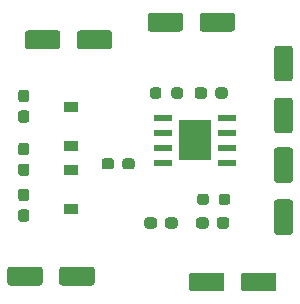
<source format=gbr>
%TF.GenerationSoftware,KiCad,Pcbnew,5.1.9-73d0e3b20d~88~ubuntu20.04.1*%
%TF.CreationDate,2021-04-13T12:06:45+02:00*%
%TF.ProjectId,piezo,7069657a-6f2e-46b6-9963-61645f706362,rev?*%
%TF.SameCoordinates,Original*%
%TF.FileFunction,Paste,Top*%
%TF.FilePolarity,Positive*%
%FSLAX46Y46*%
G04 Gerber Fmt 4.6, Leading zero omitted, Abs format (unit mm)*
G04 Created by KiCad (PCBNEW 5.1.9-73d0e3b20d~88~ubuntu20.04.1) date 2021-04-13 12:06:45*
%MOMM*%
%LPD*%
G01*
G04 APERTURE LIST*
%ADD10R,1.200000X0.900000*%
%ADD11R,1.550000X0.600000*%
%ADD12R,2.710000X3.400000*%
G04 APERTURE END LIST*
%TO.C,C1*%
G36*
G01*
X131950000Y-128400000D02*
X133050000Y-128400000D01*
G75*
G02*
X133300000Y-128650000I0J-250000D01*
G01*
X133300000Y-131150000D01*
G75*
G02*
X133050000Y-131400000I-250000J0D01*
G01*
X131950000Y-131400000D01*
G75*
G02*
X131700000Y-131150000I0J250000D01*
G01*
X131700000Y-128650000D01*
G75*
G02*
X131950000Y-128400000I250000J0D01*
G01*
G37*
G36*
G01*
X131950000Y-124000000D02*
X133050000Y-124000000D01*
G75*
G02*
X133300000Y-124250000I0J-250000D01*
G01*
X133300000Y-126750000D01*
G75*
G02*
X133050000Y-127000000I-250000J0D01*
G01*
X131950000Y-127000000D01*
G75*
G02*
X131700000Y-126750000I0J250000D01*
G01*
X131700000Y-124250000D01*
G75*
G02*
X131950000Y-124000000I250000J0D01*
G01*
G37*
%TD*%
%TO.C,C2*%
G36*
G01*
X113500000Y-144050000D02*
X113500000Y-142950000D01*
G75*
G02*
X113750000Y-142700000I250000J0D01*
G01*
X116250000Y-142700000D01*
G75*
G02*
X116500000Y-142950000I0J-250000D01*
G01*
X116500000Y-144050000D01*
G75*
G02*
X116250000Y-144300000I-250000J0D01*
G01*
X113750000Y-144300000D01*
G75*
G02*
X113500000Y-144050000I0J250000D01*
G01*
G37*
G36*
G01*
X109100000Y-144050000D02*
X109100000Y-142950000D01*
G75*
G02*
X109350000Y-142700000I250000J0D01*
G01*
X111850000Y-142700000D01*
G75*
G02*
X112100000Y-142950000I0J-250000D01*
G01*
X112100000Y-144050000D01*
G75*
G02*
X111850000Y-144300000I-250000J0D01*
G01*
X109350000Y-144300000D01*
G75*
G02*
X109100000Y-144050000I0J250000D01*
G01*
G37*
%TD*%
%TO.C,C3*%
G36*
G01*
X110600000Y-124050000D02*
X110600000Y-122950000D01*
G75*
G02*
X110850000Y-122700000I250000J0D01*
G01*
X113350000Y-122700000D01*
G75*
G02*
X113600000Y-122950000I0J-250000D01*
G01*
X113600000Y-124050000D01*
G75*
G02*
X113350000Y-124300000I-250000J0D01*
G01*
X110850000Y-124300000D01*
G75*
G02*
X110600000Y-124050000I0J250000D01*
G01*
G37*
G36*
G01*
X115000000Y-124050000D02*
X115000000Y-122950000D01*
G75*
G02*
X115250000Y-122700000I250000J0D01*
G01*
X117750000Y-122700000D01*
G75*
G02*
X118000000Y-122950000I0J-250000D01*
G01*
X118000000Y-124050000D01*
G75*
G02*
X117750000Y-124300000I-250000J0D01*
G01*
X115250000Y-124300000D01*
G75*
G02*
X115000000Y-124050000I0J250000D01*
G01*
G37*
%TD*%
%TO.C,C4*%
G36*
G01*
X131950000Y-132600000D02*
X133050000Y-132600000D01*
G75*
G02*
X133300000Y-132850000I0J-250000D01*
G01*
X133300000Y-135350000D01*
G75*
G02*
X133050000Y-135600000I-250000J0D01*
G01*
X131950000Y-135600000D01*
G75*
G02*
X131700000Y-135350000I0J250000D01*
G01*
X131700000Y-132850000D01*
G75*
G02*
X131950000Y-132600000I250000J0D01*
G01*
G37*
G36*
G01*
X131950000Y-137000000D02*
X133050000Y-137000000D01*
G75*
G02*
X133300000Y-137250000I0J-250000D01*
G01*
X133300000Y-139750000D01*
G75*
G02*
X133050000Y-140000000I-250000J0D01*
G01*
X131950000Y-140000000D01*
G75*
G02*
X131700000Y-139750000I0J250000D01*
G01*
X131700000Y-137250000D01*
G75*
G02*
X131950000Y-137000000I250000J0D01*
G01*
G37*
%TD*%
%TO.C,R4*%
G36*
G01*
X118850000Y-134237500D02*
X118850000Y-133762500D01*
G75*
G02*
X119087500Y-133525000I237500J0D01*
G01*
X119662500Y-133525000D01*
G75*
G02*
X119900000Y-133762500I0J-237500D01*
G01*
X119900000Y-134237500D01*
G75*
G02*
X119662500Y-134475000I-237500J0D01*
G01*
X119087500Y-134475000D01*
G75*
G02*
X118850000Y-134237500I0J237500D01*
G01*
G37*
G36*
G01*
X117100000Y-134237500D02*
X117100000Y-133762500D01*
G75*
G02*
X117337500Y-133525000I237500J0D01*
G01*
X117912500Y-133525000D01*
G75*
G02*
X118150000Y-133762500I0J-237500D01*
G01*
X118150000Y-134237500D01*
G75*
G02*
X117912500Y-134475000I-237500J0D01*
G01*
X117337500Y-134475000D01*
G75*
G02*
X117100000Y-134237500I0J237500D01*
G01*
G37*
%TD*%
%TO.C,R1*%
G36*
G01*
X110737500Y-135025000D02*
X110262500Y-135025000D01*
G75*
G02*
X110025000Y-134787500I0J237500D01*
G01*
X110025000Y-134212500D01*
G75*
G02*
X110262500Y-133975000I237500J0D01*
G01*
X110737500Y-133975000D01*
G75*
G02*
X110975000Y-134212500I0J-237500D01*
G01*
X110975000Y-134787500D01*
G75*
G02*
X110737500Y-135025000I-237500J0D01*
G01*
G37*
G36*
G01*
X110737500Y-133275000D02*
X110262500Y-133275000D01*
G75*
G02*
X110025000Y-133037500I0J237500D01*
G01*
X110025000Y-132462500D01*
G75*
G02*
X110262500Y-132225000I237500J0D01*
G01*
X110737500Y-132225000D01*
G75*
G02*
X110975000Y-132462500I0J-237500D01*
G01*
X110975000Y-133037500D01*
G75*
G02*
X110737500Y-133275000I-237500J0D01*
G01*
G37*
%TD*%
%TO.C,R2*%
G36*
G01*
X110737500Y-138900000D02*
X110262500Y-138900000D01*
G75*
G02*
X110025000Y-138662500I0J237500D01*
G01*
X110025000Y-138087500D01*
G75*
G02*
X110262500Y-137850000I237500J0D01*
G01*
X110737500Y-137850000D01*
G75*
G02*
X110975000Y-138087500I0J-237500D01*
G01*
X110975000Y-138662500D01*
G75*
G02*
X110737500Y-138900000I-237500J0D01*
G01*
G37*
G36*
G01*
X110737500Y-137150000D02*
X110262500Y-137150000D01*
G75*
G02*
X110025000Y-136912500I0J237500D01*
G01*
X110025000Y-136337500D01*
G75*
G02*
X110262500Y-136100000I237500J0D01*
G01*
X110737500Y-136100000D01*
G75*
G02*
X110975000Y-136337500I0J-237500D01*
G01*
X110975000Y-136912500D01*
G75*
G02*
X110737500Y-137150000I-237500J0D01*
G01*
G37*
%TD*%
%TO.C,R3*%
G36*
G01*
X110737500Y-128775000D02*
X110262500Y-128775000D01*
G75*
G02*
X110025000Y-128537500I0J237500D01*
G01*
X110025000Y-127962500D01*
G75*
G02*
X110262500Y-127725000I237500J0D01*
G01*
X110737500Y-127725000D01*
G75*
G02*
X110975000Y-127962500I0J-237500D01*
G01*
X110975000Y-128537500D01*
G75*
G02*
X110737500Y-128775000I-237500J0D01*
G01*
G37*
G36*
G01*
X110737500Y-130525000D02*
X110262500Y-130525000D01*
G75*
G02*
X110025000Y-130287500I0J237500D01*
G01*
X110025000Y-129712500D01*
G75*
G02*
X110262500Y-129475000I237500J0D01*
G01*
X110737500Y-129475000D01*
G75*
G02*
X110975000Y-129712500I0J-237500D01*
G01*
X110975000Y-130287500D01*
G75*
G02*
X110737500Y-130525000I-237500J0D01*
G01*
G37*
%TD*%
%TO.C,R5*%
G36*
G01*
X123525000Y-138762500D02*
X123525000Y-139237500D01*
G75*
G02*
X123287500Y-139475000I-237500J0D01*
G01*
X122712500Y-139475000D01*
G75*
G02*
X122475000Y-139237500I0J237500D01*
G01*
X122475000Y-138762500D01*
G75*
G02*
X122712500Y-138525000I237500J0D01*
G01*
X123287500Y-138525000D01*
G75*
G02*
X123525000Y-138762500I0J-237500D01*
G01*
G37*
G36*
G01*
X121775000Y-138762500D02*
X121775000Y-139237500D01*
G75*
G02*
X121537500Y-139475000I-237500J0D01*
G01*
X120962500Y-139475000D01*
G75*
G02*
X120725000Y-139237500I0J237500D01*
G01*
X120725000Y-138762500D01*
G75*
G02*
X120962500Y-138525000I237500J0D01*
G01*
X121537500Y-138525000D01*
G75*
G02*
X121775000Y-138762500I0J-237500D01*
G01*
G37*
%TD*%
%TO.C,R6*%
G36*
G01*
X126150000Y-138762500D02*
X126150000Y-139237500D01*
G75*
G02*
X125912500Y-139475000I-237500J0D01*
G01*
X125337500Y-139475000D01*
G75*
G02*
X125100000Y-139237500I0J237500D01*
G01*
X125100000Y-138762500D01*
G75*
G02*
X125337500Y-138525000I237500J0D01*
G01*
X125912500Y-138525000D01*
G75*
G02*
X126150000Y-138762500I0J-237500D01*
G01*
G37*
G36*
G01*
X127900000Y-138762500D02*
X127900000Y-139237500D01*
G75*
G02*
X127662500Y-139475000I-237500J0D01*
G01*
X127087500Y-139475000D01*
G75*
G02*
X126850000Y-139237500I0J237500D01*
G01*
X126850000Y-138762500D01*
G75*
G02*
X127087500Y-138525000I237500J0D01*
G01*
X127662500Y-138525000D01*
G75*
G02*
X127900000Y-138762500I0J-237500D01*
G01*
G37*
%TD*%
%TO.C,R7*%
G36*
G01*
X124975000Y-128237500D02*
X124975000Y-127762500D01*
G75*
G02*
X125212500Y-127525000I237500J0D01*
G01*
X125787500Y-127525000D01*
G75*
G02*
X126025000Y-127762500I0J-237500D01*
G01*
X126025000Y-128237500D01*
G75*
G02*
X125787500Y-128475000I-237500J0D01*
G01*
X125212500Y-128475000D01*
G75*
G02*
X124975000Y-128237500I0J237500D01*
G01*
G37*
G36*
G01*
X126725000Y-128237500D02*
X126725000Y-127762500D01*
G75*
G02*
X126962500Y-127525000I237500J0D01*
G01*
X127537500Y-127525000D01*
G75*
G02*
X127775000Y-127762500I0J-237500D01*
G01*
X127775000Y-128237500D01*
G75*
G02*
X127537500Y-128475000I-237500J0D01*
G01*
X126962500Y-128475000D01*
G75*
G02*
X126725000Y-128237500I0J237500D01*
G01*
G37*
%TD*%
D10*
%TO.C,D1*%
X114500000Y-137800000D03*
X114500000Y-134500000D03*
%TD*%
%TO.C,D2*%
X114500000Y-129200000D03*
X114500000Y-132500000D03*
%TD*%
%TO.C,C5*%
G36*
G01*
X131900000Y-143450000D02*
X131900000Y-144550000D01*
G75*
G02*
X131650000Y-144800000I-250000J0D01*
G01*
X129150000Y-144800000D01*
G75*
G02*
X128900000Y-144550000I0J250000D01*
G01*
X128900000Y-143450000D01*
G75*
G02*
X129150000Y-143200000I250000J0D01*
G01*
X131650000Y-143200000D01*
G75*
G02*
X131900000Y-143450000I0J-250000D01*
G01*
G37*
G36*
G01*
X127500000Y-143450000D02*
X127500000Y-144550000D01*
G75*
G02*
X127250000Y-144800000I-250000J0D01*
G01*
X124750000Y-144800000D01*
G75*
G02*
X124500000Y-144550000I0J250000D01*
G01*
X124500000Y-143450000D01*
G75*
G02*
X124750000Y-143200000I250000J0D01*
G01*
X127250000Y-143200000D01*
G75*
G02*
X127500000Y-143450000I0J-250000D01*
G01*
G37*
%TD*%
%TO.C,C6*%
G36*
G01*
X128400000Y-121450000D02*
X128400000Y-122550000D01*
G75*
G02*
X128150000Y-122800000I-250000J0D01*
G01*
X125650000Y-122800000D01*
G75*
G02*
X125400000Y-122550000I0J250000D01*
G01*
X125400000Y-121450000D01*
G75*
G02*
X125650000Y-121200000I250000J0D01*
G01*
X128150000Y-121200000D01*
G75*
G02*
X128400000Y-121450000I0J-250000D01*
G01*
G37*
G36*
G01*
X124000000Y-121450000D02*
X124000000Y-122550000D01*
G75*
G02*
X123750000Y-122800000I-250000J0D01*
G01*
X121250000Y-122800000D01*
G75*
G02*
X121000000Y-122550000I0J250000D01*
G01*
X121000000Y-121450000D01*
G75*
G02*
X121250000Y-121200000I250000J0D01*
G01*
X123750000Y-121200000D01*
G75*
G02*
X124000000Y-121450000I0J-250000D01*
G01*
G37*
%TD*%
%TO.C,R8*%
G36*
G01*
X125188000Y-137237500D02*
X125188000Y-136762500D01*
G75*
G02*
X125425500Y-136525000I237500J0D01*
G01*
X125925500Y-136525000D01*
G75*
G02*
X126163000Y-136762500I0J-237500D01*
G01*
X126163000Y-137237500D01*
G75*
G02*
X125925500Y-137475000I-237500J0D01*
G01*
X125425500Y-137475000D01*
G75*
G02*
X125188000Y-137237500I0J237500D01*
G01*
G37*
G36*
G01*
X127013000Y-137237500D02*
X127013000Y-136762500D01*
G75*
G02*
X127250500Y-136525000I237500J0D01*
G01*
X127750500Y-136525000D01*
G75*
G02*
X127988000Y-136762500I0J-237500D01*
G01*
X127988000Y-137237500D01*
G75*
G02*
X127750500Y-137475000I-237500J0D01*
G01*
X127250500Y-137475000D01*
G75*
G02*
X127013000Y-137237500I0J237500D01*
G01*
G37*
%TD*%
%TO.C,R9*%
G36*
G01*
X122163000Y-127762500D02*
X122163000Y-128237500D01*
G75*
G02*
X121925500Y-128475000I-237500J0D01*
G01*
X121425500Y-128475000D01*
G75*
G02*
X121188000Y-128237500I0J237500D01*
G01*
X121188000Y-127762500D01*
G75*
G02*
X121425500Y-127525000I237500J0D01*
G01*
X121925500Y-127525000D01*
G75*
G02*
X122163000Y-127762500I0J-237500D01*
G01*
G37*
G36*
G01*
X123988000Y-127762500D02*
X123988000Y-128237500D01*
G75*
G02*
X123750500Y-128475000I-237500J0D01*
G01*
X123250500Y-128475000D01*
G75*
G02*
X123013000Y-128237500I0J237500D01*
G01*
X123013000Y-127762500D01*
G75*
G02*
X123250500Y-127525000I237500J0D01*
G01*
X123750500Y-127525000D01*
G75*
G02*
X123988000Y-127762500I0J-237500D01*
G01*
G37*
%TD*%
D11*
%TO.C,U1*%
X122300000Y-133905000D03*
X127700000Y-133905000D03*
X122300000Y-132635000D03*
X127700000Y-132635000D03*
X122300000Y-131365000D03*
X127700000Y-131365000D03*
X122300000Y-130095000D03*
X127700000Y-130095000D03*
D12*
X125000000Y-132000000D03*
%TD*%
M02*

</source>
